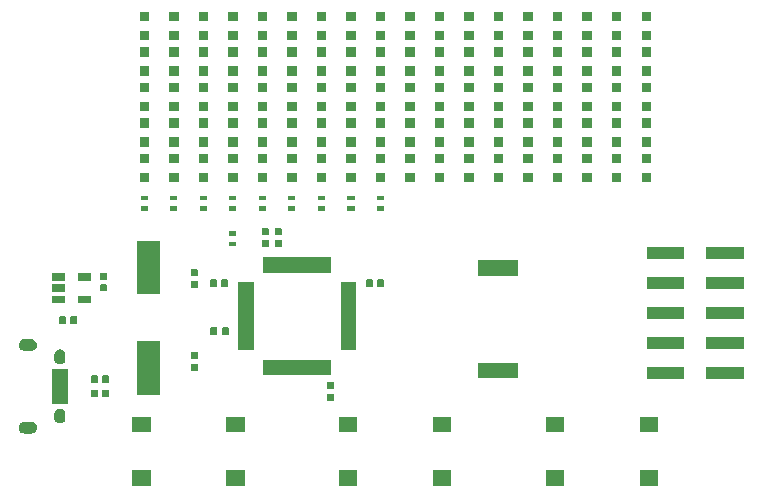
<source format=gbr>
G04 #@! TF.GenerationSoftware,KiCad,Pcbnew,5.0.2+dfsg1-1*
G04 #@! TF.CreationDate,2019-02-23T22:45:36+01:00*
G04 #@! TF.ProjectId,B-timer,422d7469-6d65-4722-9e6b-696361645f70,rev?*
G04 #@! TF.SameCoordinates,Original*
G04 #@! TF.FileFunction,Soldermask,Top*
G04 #@! TF.FilePolarity,Negative*
%FSLAX46Y46*%
G04 Gerber Fmt 4.6, Leading zero omitted, Abs format (unit mm)*
G04 Created by KiCad (PCBNEW 5.0.2+dfsg1-1) date Sat 23 Feb 2019 10:45:36 PM CET*
%MOMM*%
%LPD*%
G01*
G04 APERTURE LIST*
%ADD10C,0.100000*%
G04 APERTURE END LIST*
D10*
G36*
X137250000Y-97900000D02*
X135700000Y-97900000D01*
X135700000Y-96600000D01*
X137250000Y-96600000D01*
X137250000Y-97900000D01*
X137250000Y-97900000D01*
G37*
G36*
X146800000Y-97900000D02*
X145250000Y-97900000D01*
X145250000Y-96600000D01*
X146800000Y-96600000D01*
X146800000Y-97900000D01*
X146800000Y-97900000D01*
G37*
G36*
X154750000Y-97900000D02*
X153200000Y-97900000D01*
X153200000Y-96600000D01*
X154750000Y-96600000D01*
X154750000Y-97900000D01*
X154750000Y-97900000D01*
G37*
G36*
X111800000Y-97900000D02*
X110250000Y-97900000D01*
X110250000Y-96600000D01*
X111800000Y-96600000D01*
X111800000Y-97900000D01*
X111800000Y-97900000D01*
G37*
G36*
X129300000Y-97900000D02*
X127750000Y-97900000D01*
X127750000Y-96600000D01*
X129300000Y-96600000D01*
X129300000Y-97900000D01*
X129300000Y-97900000D01*
G37*
G36*
X119750000Y-97900000D02*
X118200000Y-97900000D01*
X118200000Y-96600000D01*
X119750000Y-96600000D01*
X119750000Y-97900000D01*
X119750000Y-97900000D01*
G37*
G36*
X101773015Y-92507234D02*
X101867268Y-92535825D01*
X101887912Y-92546860D01*
X101954129Y-92582254D01*
X101997841Y-92618127D01*
X102030264Y-92644736D01*
X102092745Y-92720870D01*
X102139175Y-92807732D01*
X102167766Y-92901985D01*
X102177419Y-93000000D01*
X102167766Y-93098015D01*
X102139175Y-93192268D01*
X102114357Y-93238697D01*
X102092746Y-93279129D01*
X102030264Y-93355264D01*
X101954129Y-93417746D01*
X101913697Y-93439357D01*
X101867268Y-93464175D01*
X101773015Y-93492766D01*
X101699564Y-93500000D01*
X101100436Y-93500000D01*
X101026985Y-93492766D01*
X100932732Y-93464175D01*
X100886303Y-93439357D01*
X100845871Y-93417746D01*
X100769736Y-93355264D01*
X100707254Y-93279129D01*
X100685643Y-93238697D01*
X100660825Y-93192268D01*
X100632234Y-93098015D01*
X100622581Y-93000000D01*
X100632234Y-92901985D01*
X100660825Y-92807732D01*
X100707255Y-92720870D01*
X100769736Y-92644736D01*
X100802159Y-92618127D01*
X100845871Y-92582254D01*
X100912088Y-92546860D01*
X100932732Y-92535825D01*
X101026985Y-92507234D01*
X101100436Y-92500000D01*
X101699564Y-92500000D01*
X101773015Y-92507234D01*
X101773015Y-92507234D01*
G37*
G36*
X129300000Y-93400000D02*
X127750000Y-93400000D01*
X127750000Y-92100000D01*
X129300000Y-92100000D01*
X129300000Y-93400000D01*
X129300000Y-93400000D01*
G37*
G36*
X119750000Y-93400000D02*
X118200000Y-93400000D01*
X118200000Y-92100000D01*
X119750000Y-92100000D01*
X119750000Y-93400000D01*
X119750000Y-93400000D01*
G37*
G36*
X154750000Y-93400000D02*
X153200000Y-93400000D01*
X153200000Y-92100000D01*
X154750000Y-92100000D01*
X154750000Y-93400000D01*
X154750000Y-93400000D01*
G37*
G36*
X146800000Y-93400000D02*
X145250000Y-93400000D01*
X145250000Y-92100000D01*
X146800000Y-92100000D01*
X146800000Y-93400000D01*
X146800000Y-93400000D01*
G37*
G36*
X137250000Y-93400000D02*
X135700000Y-93400000D01*
X135700000Y-92100000D01*
X137250000Y-92100000D01*
X137250000Y-93400000D01*
X137250000Y-93400000D01*
G37*
G36*
X111800000Y-93400000D02*
X110250000Y-93400000D01*
X110250000Y-92100000D01*
X111800000Y-92100000D01*
X111800000Y-93400000D01*
X111800000Y-93400000D01*
G37*
G36*
X104193115Y-91381873D02*
X104245680Y-91397818D01*
X104282657Y-91409035D01*
X104365168Y-91453138D01*
X104365169Y-91453139D01*
X104365173Y-91453141D01*
X104437501Y-91512499D01*
X104437502Y-91512501D01*
X104437504Y-91512502D01*
X104496860Y-91584827D01*
X104540965Y-91667342D01*
X104568127Y-91756885D01*
X104575000Y-91826667D01*
X104575000Y-92173332D01*
X104568127Y-92243115D01*
X104540965Y-92332658D01*
X104496860Y-92415173D01*
X104437501Y-92487501D01*
X104365173Y-92546860D01*
X104282658Y-92590965D01*
X104245681Y-92602182D01*
X104193116Y-92618127D01*
X104100000Y-92627298D01*
X104006885Y-92618127D01*
X103954320Y-92602182D01*
X103917343Y-92590965D01*
X103834828Y-92546860D01*
X103762500Y-92487501D01*
X103703142Y-92415174D01*
X103659034Y-92332655D01*
X103631873Y-92243115D01*
X103625000Y-92173333D01*
X103625000Y-91826668D01*
X103631873Y-91756886D01*
X103631874Y-91756884D01*
X103659034Y-91667347D01*
X103659035Y-91667343D01*
X103703138Y-91584832D01*
X103703139Y-91584831D01*
X103703141Y-91584827D01*
X103762499Y-91512499D01*
X103762501Y-91512498D01*
X103762502Y-91512496D01*
X103834827Y-91453140D01*
X103917342Y-91409035D01*
X103954319Y-91397818D01*
X104006884Y-91381873D01*
X104100000Y-91372702D01*
X104193115Y-91381873D01*
X104193115Y-91381873D01*
G37*
G36*
X104775000Y-91000000D02*
X103425000Y-91000000D01*
X103425000Y-88000000D01*
X104775000Y-88000000D01*
X104775000Y-91000000D01*
X104775000Y-91000000D01*
G37*
G36*
X127251463Y-90131226D02*
X127267298Y-90136030D01*
X127281886Y-90143827D01*
X127294676Y-90154324D01*
X127305173Y-90167114D01*
X127312970Y-90181702D01*
X127317774Y-90197537D01*
X127320000Y-90220140D01*
X127320000Y-90627860D01*
X127317774Y-90650463D01*
X127312970Y-90666298D01*
X127305173Y-90680886D01*
X127294676Y-90693676D01*
X127281886Y-90704173D01*
X127267298Y-90711970D01*
X127251463Y-90716774D01*
X127228860Y-90719000D01*
X126771140Y-90719000D01*
X126748537Y-90716774D01*
X126732702Y-90711970D01*
X126718114Y-90704173D01*
X126705324Y-90693676D01*
X126694827Y-90680886D01*
X126687030Y-90666298D01*
X126682226Y-90650463D01*
X126680000Y-90627860D01*
X126680000Y-90220140D01*
X126682226Y-90197537D01*
X126687030Y-90181702D01*
X126694827Y-90167114D01*
X126705324Y-90154324D01*
X126718114Y-90143827D01*
X126732702Y-90136030D01*
X126748537Y-90131226D01*
X126771140Y-90129000D01*
X127228860Y-90129000D01*
X127251463Y-90131226D01*
X127251463Y-90131226D01*
G37*
G36*
X107226463Y-89782226D02*
X107242298Y-89787030D01*
X107256886Y-89794827D01*
X107269676Y-89805324D01*
X107280173Y-89818114D01*
X107287970Y-89832702D01*
X107292774Y-89848537D01*
X107295000Y-89871140D01*
X107295000Y-90328860D01*
X107292774Y-90351463D01*
X107287970Y-90367298D01*
X107280173Y-90381886D01*
X107269676Y-90394676D01*
X107256886Y-90405173D01*
X107242298Y-90412970D01*
X107226463Y-90417774D01*
X107203860Y-90420000D01*
X106796140Y-90420000D01*
X106773537Y-90417774D01*
X106757702Y-90412970D01*
X106743114Y-90405173D01*
X106730324Y-90394676D01*
X106719827Y-90381886D01*
X106712030Y-90367298D01*
X106707226Y-90351463D01*
X106705000Y-90328860D01*
X106705000Y-89871140D01*
X106707226Y-89848537D01*
X106712030Y-89832702D01*
X106719827Y-89818114D01*
X106730324Y-89805324D01*
X106743114Y-89794827D01*
X106757702Y-89787030D01*
X106773537Y-89782226D01*
X106796140Y-89780000D01*
X107203860Y-89780000D01*
X107226463Y-89782226D01*
X107226463Y-89782226D01*
G37*
G36*
X108196463Y-89782226D02*
X108212298Y-89787030D01*
X108226886Y-89794827D01*
X108239676Y-89805324D01*
X108250173Y-89818114D01*
X108257970Y-89832702D01*
X108262774Y-89848537D01*
X108265000Y-89871140D01*
X108265000Y-90328860D01*
X108262774Y-90351463D01*
X108257970Y-90367298D01*
X108250173Y-90381886D01*
X108239676Y-90394676D01*
X108226886Y-90405173D01*
X108212298Y-90412970D01*
X108196463Y-90417774D01*
X108173860Y-90420000D01*
X107766140Y-90420000D01*
X107743537Y-90417774D01*
X107727702Y-90412970D01*
X107713114Y-90405173D01*
X107700324Y-90394676D01*
X107689827Y-90381886D01*
X107682030Y-90367298D01*
X107677226Y-90351463D01*
X107675000Y-90328860D01*
X107675000Y-89871140D01*
X107677226Y-89848537D01*
X107682030Y-89832702D01*
X107689827Y-89818114D01*
X107700324Y-89805324D01*
X107713114Y-89794827D01*
X107727702Y-89787030D01*
X107743537Y-89782226D01*
X107766140Y-89780000D01*
X108173860Y-89780000D01*
X108196463Y-89782226D01*
X108196463Y-89782226D01*
G37*
G36*
X112600000Y-90200000D02*
X110600000Y-90200000D01*
X110600000Y-85700000D01*
X112600000Y-85700000D01*
X112600000Y-90200000D01*
X112600000Y-90200000D01*
G37*
G36*
X127251463Y-89161226D02*
X127267298Y-89166030D01*
X127281886Y-89173827D01*
X127294676Y-89184324D01*
X127305173Y-89197114D01*
X127312970Y-89211702D01*
X127317774Y-89227537D01*
X127320000Y-89250140D01*
X127320000Y-89657860D01*
X127317774Y-89680463D01*
X127312970Y-89696298D01*
X127305173Y-89710886D01*
X127294676Y-89723676D01*
X127281886Y-89734173D01*
X127267298Y-89741970D01*
X127251463Y-89746774D01*
X127228860Y-89749000D01*
X126771140Y-89749000D01*
X126748537Y-89746774D01*
X126732702Y-89741970D01*
X126718114Y-89734173D01*
X126705324Y-89723676D01*
X126694827Y-89710886D01*
X126687030Y-89696298D01*
X126682226Y-89680463D01*
X126680000Y-89657860D01*
X126680000Y-89250140D01*
X126682226Y-89227537D01*
X126687030Y-89211702D01*
X126694827Y-89197114D01*
X126705324Y-89184324D01*
X126718114Y-89173827D01*
X126732702Y-89166030D01*
X126748537Y-89161226D01*
X126771140Y-89159000D01*
X127228860Y-89159000D01*
X127251463Y-89161226D01*
X127251463Y-89161226D01*
G37*
G36*
X107241463Y-88582226D02*
X107257298Y-88587030D01*
X107271886Y-88594827D01*
X107284676Y-88605324D01*
X107295173Y-88618114D01*
X107302970Y-88632702D01*
X107307774Y-88648537D01*
X107310000Y-88671140D01*
X107310000Y-89128860D01*
X107307774Y-89151463D01*
X107302970Y-89167298D01*
X107295173Y-89181886D01*
X107284676Y-89194676D01*
X107271886Y-89205173D01*
X107257298Y-89212970D01*
X107241463Y-89217774D01*
X107218860Y-89220000D01*
X106811140Y-89220000D01*
X106788537Y-89217774D01*
X106772702Y-89212970D01*
X106758114Y-89205173D01*
X106745324Y-89194676D01*
X106734827Y-89181886D01*
X106727030Y-89167298D01*
X106722226Y-89151463D01*
X106720000Y-89128860D01*
X106720000Y-88671140D01*
X106722226Y-88648537D01*
X106727030Y-88632702D01*
X106734827Y-88618114D01*
X106745324Y-88605324D01*
X106758114Y-88594827D01*
X106772702Y-88587030D01*
X106788537Y-88582226D01*
X106811140Y-88580000D01*
X107218860Y-88580000D01*
X107241463Y-88582226D01*
X107241463Y-88582226D01*
G37*
G36*
X108211463Y-88582226D02*
X108227298Y-88587030D01*
X108241886Y-88594827D01*
X108254676Y-88605324D01*
X108265173Y-88618114D01*
X108272970Y-88632702D01*
X108277774Y-88648537D01*
X108280000Y-88671140D01*
X108280000Y-89128860D01*
X108277774Y-89151463D01*
X108272970Y-89167298D01*
X108265173Y-89181886D01*
X108254676Y-89194676D01*
X108241886Y-89205173D01*
X108227298Y-89212970D01*
X108211463Y-89217774D01*
X108188860Y-89220000D01*
X107781140Y-89220000D01*
X107758537Y-89217774D01*
X107742702Y-89212970D01*
X107728114Y-89205173D01*
X107715324Y-89194676D01*
X107704827Y-89181886D01*
X107697030Y-89167298D01*
X107692226Y-89151463D01*
X107690000Y-89128860D01*
X107690000Y-88671140D01*
X107692226Y-88648537D01*
X107697030Y-88632702D01*
X107704827Y-88618114D01*
X107715324Y-88605324D01*
X107728114Y-88594827D01*
X107742702Y-88587030D01*
X107758537Y-88582226D01*
X107781140Y-88580000D01*
X108188860Y-88580000D01*
X108211463Y-88582226D01*
X108211463Y-88582226D01*
G37*
G36*
X162000000Y-88880000D02*
X158850000Y-88880000D01*
X158850000Y-87880000D01*
X162000000Y-87880000D01*
X162000000Y-88880000D01*
X162000000Y-88880000D01*
G37*
G36*
X156950000Y-88880000D02*
X153800000Y-88880000D01*
X153800000Y-87880000D01*
X156950000Y-87880000D01*
X156950000Y-88880000D01*
X156950000Y-88880000D01*
G37*
G36*
X142924000Y-88820000D02*
X139524000Y-88820000D01*
X139524000Y-87520000D01*
X142924000Y-87520000D01*
X142924000Y-88820000D01*
X142924000Y-88820000D01*
G37*
G36*
X127081000Y-88566000D02*
X121331000Y-88566000D01*
X121331000Y-87266000D01*
X127081000Y-87266000D01*
X127081000Y-88566000D01*
X127081000Y-88566000D01*
G37*
G36*
X115751463Y-87592226D02*
X115767298Y-87597030D01*
X115781886Y-87604827D01*
X115794676Y-87615324D01*
X115805173Y-87628114D01*
X115812970Y-87642702D01*
X115817774Y-87658537D01*
X115820000Y-87681140D01*
X115820000Y-88088860D01*
X115817774Y-88111463D01*
X115812970Y-88127298D01*
X115805173Y-88141886D01*
X115794676Y-88154676D01*
X115781886Y-88165173D01*
X115767298Y-88172970D01*
X115751463Y-88177774D01*
X115728860Y-88180000D01*
X115271140Y-88180000D01*
X115248537Y-88177774D01*
X115232702Y-88172970D01*
X115218114Y-88165173D01*
X115205324Y-88154676D01*
X115194827Y-88141886D01*
X115187030Y-88127298D01*
X115182226Y-88111463D01*
X115180000Y-88088860D01*
X115180000Y-87681140D01*
X115182226Y-87658537D01*
X115187030Y-87642702D01*
X115194827Y-87628114D01*
X115205324Y-87615324D01*
X115218114Y-87604827D01*
X115232702Y-87597030D01*
X115248537Y-87592226D01*
X115271140Y-87590000D01*
X115728860Y-87590000D01*
X115751463Y-87592226D01*
X115751463Y-87592226D01*
G37*
G36*
X104193115Y-86381873D02*
X104245680Y-86397818D01*
X104282657Y-86409035D01*
X104365168Y-86453138D01*
X104365169Y-86453139D01*
X104365173Y-86453141D01*
X104437501Y-86512499D01*
X104437502Y-86512501D01*
X104437504Y-86512502D01*
X104496860Y-86584827D01*
X104540965Y-86667342D01*
X104542591Y-86672702D01*
X104568127Y-86756884D01*
X104571564Y-86791776D01*
X104575000Y-86826667D01*
X104575000Y-87173332D01*
X104568127Y-87243115D01*
X104540965Y-87332658D01*
X104496860Y-87415173D01*
X104437501Y-87487501D01*
X104365173Y-87546860D01*
X104282658Y-87590965D01*
X104262664Y-87597030D01*
X104193116Y-87618127D01*
X104100000Y-87627298D01*
X104006885Y-87618127D01*
X103937337Y-87597030D01*
X103917343Y-87590965D01*
X103834828Y-87546860D01*
X103762500Y-87487501D01*
X103703142Y-87415174D01*
X103659034Y-87332655D01*
X103631873Y-87243115D01*
X103625000Y-87173333D01*
X103625000Y-86826668D01*
X103631873Y-86756886D01*
X103631874Y-86756884D01*
X103653511Y-86685553D01*
X103659035Y-86667343D01*
X103703138Y-86584832D01*
X103703139Y-86584831D01*
X103703141Y-86584827D01*
X103762499Y-86512499D01*
X103762501Y-86512498D01*
X103762502Y-86512496D01*
X103834827Y-86453140D01*
X103917342Y-86409035D01*
X103954319Y-86397818D01*
X104006884Y-86381873D01*
X104100000Y-86372702D01*
X104193115Y-86381873D01*
X104193115Y-86381873D01*
G37*
G36*
X115751463Y-86622226D02*
X115767298Y-86627030D01*
X115781886Y-86634827D01*
X115794676Y-86645324D01*
X115805173Y-86658114D01*
X115812970Y-86672702D01*
X115817774Y-86688537D01*
X115820000Y-86711140D01*
X115820000Y-87118860D01*
X115817774Y-87141463D01*
X115812970Y-87157298D01*
X115805173Y-87171886D01*
X115794676Y-87184676D01*
X115781886Y-87195173D01*
X115767298Y-87202970D01*
X115751463Y-87207774D01*
X115728860Y-87210000D01*
X115271140Y-87210000D01*
X115248537Y-87207774D01*
X115232702Y-87202970D01*
X115218114Y-87195173D01*
X115205324Y-87184676D01*
X115194827Y-87171886D01*
X115187030Y-87157298D01*
X115182226Y-87141463D01*
X115180000Y-87118860D01*
X115180000Y-86711140D01*
X115182226Y-86688537D01*
X115187030Y-86672702D01*
X115194827Y-86658114D01*
X115205324Y-86645324D01*
X115218114Y-86634827D01*
X115232702Y-86627030D01*
X115248537Y-86622226D01*
X115271140Y-86620000D01*
X115728860Y-86620000D01*
X115751463Y-86622226D01*
X115751463Y-86622226D01*
G37*
G36*
X101773015Y-85507234D02*
X101867268Y-85535825D01*
X101913697Y-85560643D01*
X101954129Y-85582254D01*
X101954131Y-85582255D01*
X101954130Y-85582255D01*
X102030264Y-85644736D01*
X102092745Y-85720870D01*
X102139175Y-85807732D01*
X102167766Y-85901985D01*
X102177419Y-86000000D01*
X102167766Y-86098015D01*
X102139175Y-86192268D01*
X102114357Y-86238697D01*
X102092746Y-86279129D01*
X102030264Y-86355264D01*
X101954129Y-86417746D01*
X101913697Y-86439357D01*
X101867268Y-86464175D01*
X101773015Y-86492766D01*
X101699564Y-86500000D01*
X101100436Y-86500000D01*
X101026985Y-86492766D01*
X100932732Y-86464175D01*
X100886303Y-86439357D01*
X100845871Y-86417746D01*
X100769736Y-86355264D01*
X100707254Y-86279129D01*
X100685643Y-86238697D01*
X100660825Y-86192268D01*
X100632234Y-86098015D01*
X100622581Y-86000000D01*
X100632234Y-85901985D01*
X100660825Y-85807732D01*
X100707255Y-85720870D01*
X100769736Y-85644736D01*
X100845870Y-85582255D01*
X100845869Y-85582255D01*
X100845871Y-85582254D01*
X100886303Y-85560643D01*
X100932732Y-85535825D01*
X101026985Y-85507234D01*
X101100436Y-85500000D01*
X101699564Y-85500000D01*
X101773015Y-85507234D01*
X101773015Y-85507234D01*
G37*
G36*
X129206000Y-86441000D02*
X127906000Y-86441000D01*
X127906000Y-80691000D01*
X129206000Y-80691000D01*
X129206000Y-86441000D01*
X129206000Y-86441000D01*
G37*
G36*
X120506000Y-86441000D02*
X119206000Y-86441000D01*
X119206000Y-80691000D01*
X120506000Y-80691000D01*
X120506000Y-86441000D01*
X120506000Y-86441000D01*
G37*
G36*
X162000000Y-86340000D02*
X158850000Y-86340000D01*
X158850000Y-85340000D01*
X162000000Y-85340000D01*
X162000000Y-86340000D01*
X162000000Y-86340000D01*
G37*
G36*
X156950000Y-86340000D02*
X153800000Y-86340000D01*
X153800000Y-85340000D01*
X156950000Y-85340000D01*
X156950000Y-86340000D01*
X156950000Y-86340000D01*
G37*
G36*
X118336463Y-84518226D02*
X118352298Y-84523030D01*
X118366886Y-84530827D01*
X118379676Y-84541324D01*
X118390173Y-84554114D01*
X118397970Y-84568702D01*
X118402774Y-84584537D01*
X118405000Y-84607140D01*
X118405000Y-85064860D01*
X118402774Y-85087463D01*
X118397970Y-85103298D01*
X118390173Y-85117886D01*
X118379676Y-85130676D01*
X118366886Y-85141173D01*
X118352298Y-85148970D01*
X118336463Y-85153774D01*
X118313860Y-85156000D01*
X117906140Y-85156000D01*
X117883537Y-85153774D01*
X117867702Y-85148970D01*
X117853114Y-85141173D01*
X117840324Y-85130676D01*
X117829827Y-85117886D01*
X117822030Y-85103298D01*
X117817226Y-85087463D01*
X117815000Y-85064860D01*
X117815000Y-84607140D01*
X117817226Y-84584537D01*
X117822030Y-84568702D01*
X117829827Y-84554114D01*
X117840324Y-84541324D01*
X117853114Y-84530827D01*
X117867702Y-84523030D01*
X117883537Y-84518226D01*
X117906140Y-84516000D01*
X118313860Y-84516000D01*
X118336463Y-84518226D01*
X118336463Y-84518226D01*
G37*
G36*
X117366463Y-84518226D02*
X117382298Y-84523030D01*
X117396886Y-84530827D01*
X117409676Y-84541324D01*
X117420173Y-84554114D01*
X117427970Y-84568702D01*
X117432774Y-84584537D01*
X117435000Y-84607140D01*
X117435000Y-85064860D01*
X117432774Y-85087463D01*
X117427970Y-85103298D01*
X117420173Y-85117886D01*
X117409676Y-85130676D01*
X117396886Y-85141173D01*
X117382298Y-85148970D01*
X117366463Y-85153774D01*
X117343860Y-85156000D01*
X116936140Y-85156000D01*
X116913537Y-85153774D01*
X116897702Y-85148970D01*
X116883114Y-85141173D01*
X116870324Y-85130676D01*
X116859827Y-85117886D01*
X116852030Y-85103298D01*
X116847226Y-85087463D01*
X116845000Y-85064860D01*
X116845000Y-84607140D01*
X116847226Y-84584537D01*
X116852030Y-84568702D01*
X116859827Y-84554114D01*
X116870324Y-84541324D01*
X116883114Y-84530827D01*
X116897702Y-84523030D01*
X116913537Y-84518226D01*
X116936140Y-84516000D01*
X117343860Y-84516000D01*
X117366463Y-84518226D01*
X117366463Y-84518226D01*
G37*
G36*
X104541463Y-83582226D02*
X104557298Y-83587030D01*
X104571886Y-83594827D01*
X104584676Y-83605324D01*
X104595173Y-83618114D01*
X104602970Y-83632702D01*
X104607774Y-83648537D01*
X104610000Y-83671140D01*
X104610000Y-84128860D01*
X104607774Y-84151463D01*
X104602970Y-84167298D01*
X104595173Y-84181886D01*
X104584676Y-84194676D01*
X104571886Y-84205173D01*
X104557298Y-84212970D01*
X104541463Y-84217774D01*
X104518860Y-84220000D01*
X104111140Y-84220000D01*
X104088537Y-84217774D01*
X104072702Y-84212970D01*
X104058114Y-84205173D01*
X104045324Y-84194676D01*
X104034827Y-84181886D01*
X104027030Y-84167298D01*
X104022226Y-84151463D01*
X104020000Y-84128860D01*
X104020000Y-83671140D01*
X104022226Y-83648537D01*
X104027030Y-83632702D01*
X104034827Y-83618114D01*
X104045324Y-83605324D01*
X104058114Y-83594827D01*
X104072702Y-83587030D01*
X104088537Y-83582226D01*
X104111140Y-83580000D01*
X104518860Y-83580000D01*
X104541463Y-83582226D01*
X104541463Y-83582226D01*
G37*
G36*
X105511463Y-83582226D02*
X105527298Y-83587030D01*
X105541886Y-83594827D01*
X105554676Y-83605324D01*
X105565173Y-83618114D01*
X105572970Y-83632702D01*
X105577774Y-83648537D01*
X105580000Y-83671140D01*
X105580000Y-84128860D01*
X105577774Y-84151463D01*
X105572970Y-84167298D01*
X105565173Y-84181886D01*
X105554676Y-84194676D01*
X105541886Y-84205173D01*
X105527298Y-84212970D01*
X105511463Y-84217774D01*
X105488860Y-84220000D01*
X105081140Y-84220000D01*
X105058537Y-84217774D01*
X105042702Y-84212970D01*
X105028114Y-84205173D01*
X105015324Y-84194676D01*
X105004827Y-84181886D01*
X104997030Y-84167298D01*
X104992226Y-84151463D01*
X104990000Y-84128860D01*
X104990000Y-83671140D01*
X104992226Y-83648537D01*
X104997030Y-83632702D01*
X105004827Y-83618114D01*
X105015324Y-83605324D01*
X105028114Y-83594827D01*
X105042702Y-83587030D01*
X105058537Y-83582226D01*
X105081140Y-83580000D01*
X105488860Y-83580000D01*
X105511463Y-83582226D01*
X105511463Y-83582226D01*
G37*
G36*
X156950000Y-83800000D02*
X153800000Y-83800000D01*
X153800000Y-82800000D01*
X156950000Y-82800000D01*
X156950000Y-83800000D01*
X156950000Y-83800000D01*
G37*
G36*
X162000000Y-83800000D02*
X158850000Y-83800000D01*
X158850000Y-82800000D01*
X162000000Y-82800000D01*
X162000000Y-83800000D01*
X162000000Y-83800000D01*
G37*
G36*
X104530000Y-82475000D02*
X103470000Y-82475000D01*
X103470000Y-81825000D01*
X104530000Y-81825000D01*
X104530000Y-82475000D01*
X104530000Y-82475000D01*
G37*
G36*
X106730000Y-82475000D02*
X105670000Y-82475000D01*
X105670000Y-81825000D01*
X106730000Y-81825000D01*
X106730000Y-82475000D01*
X106730000Y-82475000D01*
G37*
G36*
X112600000Y-81700000D02*
X110600000Y-81700000D01*
X110600000Y-77200000D01*
X112600000Y-77200000D01*
X112600000Y-81700000D01*
X112600000Y-81700000D01*
G37*
G36*
X104530000Y-81525000D02*
X103470000Y-81525000D01*
X103470000Y-80875000D01*
X104530000Y-80875000D01*
X104530000Y-81525000D01*
X104530000Y-81525000D01*
G37*
G36*
X108051463Y-80877226D02*
X108067298Y-80882030D01*
X108081886Y-80889827D01*
X108094676Y-80900324D01*
X108105173Y-80913114D01*
X108112970Y-80927702D01*
X108117774Y-80943537D01*
X108120000Y-80966140D01*
X108120000Y-81373860D01*
X108117774Y-81396463D01*
X108112970Y-81412298D01*
X108105173Y-81426886D01*
X108094676Y-81439676D01*
X108081886Y-81450173D01*
X108067298Y-81457970D01*
X108051463Y-81462774D01*
X108028860Y-81465000D01*
X107571140Y-81465000D01*
X107548537Y-81462774D01*
X107532702Y-81457970D01*
X107518114Y-81450173D01*
X107505324Y-81439676D01*
X107494827Y-81426886D01*
X107487030Y-81412298D01*
X107482226Y-81396463D01*
X107480000Y-81373860D01*
X107480000Y-80966140D01*
X107482226Y-80943537D01*
X107487030Y-80927702D01*
X107494827Y-80913114D01*
X107505324Y-80900324D01*
X107518114Y-80889827D01*
X107532702Y-80882030D01*
X107548537Y-80877226D01*
X107571140Y-80875000D01*
X108028860Y-80875000D01*
X108051463Y-80877226D01*
X108051463Y-80877226D01*
G37*
G36*
X162000000Y-81260000D02*
X158850000Y-81260000D01*
X158850000Y-80260000D01*
X162000000Y-80260000D01*
X162000000Y-81260000D01*
X162000000Y-81260000D01*
G37*
G36*
X156950000Y-81260000D02*
X153800000Y-81260000D01*
X153800000Y-80260000D01*
X156950000Y-80260000D01*
X156950000Y-81260000D01*
X156950000Y-81260000D01*
G37*
G36*
X115751463Y-80577226D02*
X115767298Y-80582030D01*
X115781886Y-80589827D01*
X115794676Y-80600324D01*
X115805173Y-80613114D01*
X115812970Y-80627702D01*
X115817774Y-80643537D01*
X115820000Y-80666140D01*
X115820000Y-81073860D01*
X115817774Y-81096463D01*
X115812970Y-81112298D01*
X115805173Y-81126886D01*
X115794676Y-81139676D01*
X115781886Y-81150173D01*
X115767298Y-81157970D01*
X115751463Y-81162774D01*
X115728860Y-81165000D01*
X115271140Y-81165000D01*
X115248537Y-81162774D01*
X115232702Y-81157970D01*
X115218114Y-81150173D01*
X115205324Y-81139676D01*
X115194827Y-81126886D01*
X115187030Y-81112298D01*
X115182226Y-81096463D01*
X115180000Y-81073860D01*
X115180000Y-80666140D01*
X115182226Y-80643537D01*
X115187030Y-80627702D01*
X115194827Y-80613114D01*
X115205324Y-80600324D01*
X115218114Y-80589827D01*
X115232702Y-80582030D01*
X115248537Y-80577226D01*
X115271140Y-80575000D01*
X115728860Y-80575000D01*
X115751463Y-80577226D01*
X115751463Y-80577226D01*
G37*
G36*
X117320463Y-80454226D02*
X117336298Y-80459030D01*
X117350886Y-80466827D01*
X117363676Y-80477324D01*
X117374173Y-80490114D01*
X117381970Y-80504702D01*
X117386774Y-80520537D01*
X117389000Y-80543140D01*
X117389000Y-81000860D01*
X117386774Y-81023463D01*
X117381970Y-81039298D01*
X117374173Y-81053886D01*
X117363676Y-81066676D01*
X117350886Y-81077173D01*
X117336298Y-81084970D01*
X117320463Y-81089774D01*
X117297860Y-81092000D01*
X116890140Y-81092000D01*
X116867537Y-81089774D01*
X116851702Y-81084970D01*
X116837114Y-81077173D01*
X116824324Y-81066676D01*
X116813827Y-81053886D01*
X116806030Y-81039298D01*
X116801226Y-81023463D01*
X116799000Y-81000860D01*
X116799000Y-80543140D01*
X116801226Y-80520537D01*
X116806030Y-80504702D01*
X116813827Y-80490114D01*
X116824324Y-80477324D01*
X116837114Y-80466827D01*
X116851702Y-80459030D01*
X116867537Y-80454226D01*
X116890140Y-80452000D01*
X117297860Y-80452000D01*
X117320463Y-80454226D01*
X117320463Y-80454226D01*
G37*
G36*
X118290463Y-80454226D02*
X118306298Y-80459030D01*
X118320886Y-80466827D01*
X118333676Y-80477324D01*
X118344173Y-80490114D01*
X118351970Y-80504702D01*
X118356774Y-80520537D01*
X118359000Y-80543140D01*
X118359000Y-81000860D01*
X118356774Y-81023463D01*
X118351970Y-81039298D01*
X118344173Y-81053886D01*
X118333676Y-81066676D01*
X118320886Y-81077173D01*
X118306298Y-81084970D01*
X118290463Y-81089774D01*
X118267860Y-81092000D01*
X117860140Y-81092000D01*
X117837537Y-81089774D01*
X117821702Y-81084970D01*
X117807114Y-81077173D01*
X117794324Y-81066676D01*
X117783827Y-81053886D01*
X117776030Y-81039298D01*
X117771226Y-81023463D01*
X117769000Y-81000860D01*
X117769000Y-80543140D01*
X117771226Y-80520537D01*
X117776030Y-80504702D01*
X117783827Y-80490114D01*
X117794324Y-80477324D01*
X117807114Y-80466827D01*
X117821702Y-80459030D01*
X117837537Y-80454226D01*
X117860140Y-80452000D01*
X118267860Y-80452000D01*
X118290463Y-80454226D01*
X118290463Y-80454226D01*
G37*
G36*
X130528463Y-80454226D02*
X130544298Y-80459030D01*
X130558886Y-80466827D01*
X130571676Y-80477324D01*
X130582173Y-80490114D01*
X130589970Y-80504702D01*
X130594774Y-80520537D01*
X130597000Y-80543140D01*
X130597000Y-81000860D01*
X130594774Y-81023463D01*
X130589970Y-81039298D01*
X130582173Y-81053886D01*
X130571676Y-81066676D01*
X130558886Y-81077173D01*
X130544298Y-81084970D01*
X130528463Y-81089774D01*
X130505860Y-81092000D01*
X130098140Y-81092000D01*
X130075537Y-81089774D01*
X130059702Y-81084970D01*
X130045114Y-81077173D01*
X130032324Y-81066676D01*
X130021827Y-81053886D01*
X130014030Y-81039298D01*
X130009226Y-81023463D01*
X130007000Y-81000860D01*
X130007000Y-80543140D01*
X130009226Y-80520537D01*
X130014030Y-80504702D01*
X130021827Y-80490114D01*
X130032324Y-80477324D01*
X130045114Y-80466827D01*
X130059702Y-80459030D01*
X130075537Y-80454226D01*
X130098140Y-80452000D01*
X130505860Y-80452000D01*
X130528463Y-80454226D01*
X130528463Y-80454226D01*
G37*
G36*
X131498463Y-80454226D02*
X131514298Y-80459030D01*
X131528886Y-80466827D01*
X131541676Y-80477324D01*
X131552173Y-80490114D01*
X131559970Y-80504702D01*
X131564774Y-80520537D01*
X131567000Y-80543140D01*
X131567000Y-81000860D01*
X131564774Y-81023463D01*
X131559970Y-81039298D01*
X131552173Y-81053886D01*
X131541676Y-81066676D01*
X131528886Y-81077173D01*
X131514298Y-81084970D01*
X131498463Y-81089774D01*
X131475860Y-81092000D01*
X131068140Y-81092000D01*
X131045537Y-81089774D01*
X131029702Y-81084970D01*
X131015114Y-81077173D01*
X131002324Y-81066676D01*
X130991827Y-81053886D01*
X130984030Y-81039298D01*
X130979226Y-81023463D01*
X130977000Y-81000860D01*
X130977000Y-80543140D01*
X130979226Y-80520537D01*
X130984030Y-80504702D01*
X130991827Y-80490114D01*
X131002324Y-80477324D01*
X131015114Y-80466827D01*
X131029702Y-80459030D01*
X131045537Y-80454226D01*
X131068140Y-80452000D01*
X131475860Y-80452000D01*
X131498463Y-80454226D01*
X131498463Y-80454226D01*
G37*
G36*
X104530000Y-80575000D02*
X103470000Y-80575000D01*
X103470000Y-79925000D01*
X104530000Y-79925000D01*
X104530000Y-80575000D01*
X104530000Y-80575000D01*
G37*
G36*
X106730000Y-80575000D02*
X105670000Y-80575000D01*
X105670000Y-79925000D01*
X106730000Y-79925000D01*
X106730000Y-80575000D01*
X106730000Y-80575000D01*
G37*
G36*
X108051463Y-79907226D02*
X108067298Y-79912030D01*
X108081886Y-79919827D01*
X108094676Y-79930324D01*
X108105173Y-79943114D01*
X108112970Y-79957702D01*
X108117774Y-79973537D01*
X108120000Y-79996140D01*
X108120000Y-80403860D01*
X108117774Y-80426463D01*
X108112970Y-80442298D01*
X108105173Y-80456886D01*
X108094676Y-80469676D01*
X108081886Y-80480173D01*
X108067298Y-80487970D01*
X108051463Y-80492774D01*
X108028860Y-80495000D01*
X107571140Y-80495000D01*
X107548537Y-80492774D01*
X107532702Y-80487970D01*
X107518114Y-80480173D01*
X107505324Y-80469676D01*
X107494827Y-80456886D01*
X107487030Y-80442298D01*
X107482226Y-80426463D01*
X107480000Y-80403860D01*
X107480000Y-79996140D01*
X107482226Y-79973537D01*
X107487030Y-79957702D01*
X107494827Y-79943114D01*
X107505324Y-79930324D01*
X107518114Y-79919827D01*
X107532702Y-79912030D01*
X107548537Y-79907226D01*
X107571140Y-79905000D01*
X108028860Y-79905000D01*
X108051463Y-79907226D01*
X108051463Y-79907226D01*
G37*
G36*
X115751463Y-79607226D02*
X115767298Y-79612030D01*
X115781886Y-79619827D01*
X115794676Y-79630324D01*
X115805173Y-79643114D01*
X115812970Y-79657702D01*
X115817774Y-79673537D01*
X115820000Y-79696140D01*
X115820000Y-80103860D01*
X115817774Y-80126463D01*
X115812970Y-80142298D01*
X115805173Y-80156886D01*
X115794676Y-80169676D01*
X115781886Y-80180173D01*
X115767298Y-80187970D01*
X115751463Y-80192774D01*
X115728860Y-80195000D01*
X115271140Y-80195000D01*
X115248537Y-80192774D01*
X115232702Y-80187970D01*
X115218114Y-80180173D01*
X115205324Y-80169676D01*
X115194827Y-80156886D01*
X115187030Y-80142298D01*
X115182226Y-80126463D01*
X115180000Y-80103860D01*
X115180000Y-79696140D01*
X115182226Y-79673537D01*
X115187030Y-79657702D01*
X115194827Y-79643114D01*
X115205324Y-79630324D01*
X115218114Y-79619827D01*
X115232702Y-79612030D01*
X115248537Y-79607226D01*
X115271140Y-79605000D01*
X115728860Y-79605000D01*
X115751463Y-79607226D01*
X115751463Y-79607226D01*
G37*
G36*
X142924000Y-80120000D02*
X139524000Y-80120000D01*
X139524000Y-78820000D01*
X142924000Y-78820000D01*
X142924000Y-80120000D01*
X142924000Y-80120000D01*
G37*
G36*
X127081000Y-79866000D02*
X121331000Y-79866000D01*
X121331000Y-78566000D01*
X127081000Y-78566000D01*
X127081000Y-79866000D01*
X127081000Y-79866000D01*
G37*
G36*
X162000000Y-78720000D02*
X158850000Y-78720000D01*
X158850000Y-77720000D01*
X162000000Y-77720000D01*
X162000000Y-78720000D01*
X162000000Y-78720000D01*
G37*
G36*
X156950000Y-78720000D02*
X153800000Y-78720000D01*
X153800000Y-77720000D01*
X156950000Y-77720000D01*
X156950000Y-78720000D01*
X156950000Y-78720000D01*
G37*
G36*
X122851463Y-77107226D02*
X122867298Y-77112030D01*
X122881886Y-77119827D01*
X122894676Y-77130324D01*
X122905173Y-77143114D01*
X122912970Y-77157702D01*
X122917774Y-77173537D01*
X122920000Y-77196140D01*
X122920000Y-77603860D01*
X122917774Y-77626463D01*
X122912970Y-77642298D01*
X122905173Y-77656886D01*
X122894676Y-77669676D01*
X122881886Y-77680173D01*
X122867298Y-77687970D01*
X122851463Y-77692774D01*
X122828860Y-77695000D01*
X122371140Y-77695000D01*
X122348537Y-77692774D01*
X122332702Y-77687970D01*
X122318114Y-77680173D01*
X122305324Y-77669676D01*
X122294827Y-77656886D01*
X122287030Y-77642298D01*
X122282226Y-77626463D01*
X122280000Y-77603860D01*
X122280000Y-77196140D01*
X122282226Y-77173537D01*
X122287030Y-77157702D01*
X122294827Y-77143114D01*
X122305324Y-77130324D01*
X122318114Y-77119827D01*
X122332702Y-77112030D01*
X122348537Y-77107226D01*
X122371140Y-77105000D01*
X122828860Y-77105000D01*
X122851463Y-77107226D01*
X122851463Y-77107226D01*
G37*
G36*
X121751463Y-77107226D02*
X121767298Y-77112030D01*
X121781886Y-77119827D01*
X121794676Y-77130324D01*
X121805173Y-77143114D01*
X121812970Y-77157702D01*
X121817774Y-77173537D01*
X121820000Y-77196140D01*
X121820000Y-77603860D01*
X121817774Y-77626463D01*
X121812970Y-77642298D01*
X121805173Y-77656886D01*
X121794676Y-77669676D01*
X121781886Y-77680173D01*
X121767298Y-77687970D01*
X121751463Y-77692774D01*
X121728860Y-77695000D01*
X121271140Y-77695000D01*
X121248537Y-77692774D01*
X121232702Y-77687970D01*
X121218114Y-77680173D01*
X121205324Y-77669676D01*
X121194827Y-77656886D01*
X121187030Y-77642298D01*
X121182226Y-77626463D01*
X121180000Y-77603860D01*
X121180000Y-77196140D01*
X121182226Y-77173537D01*
X121187030Y-77157702D01*
X121194827Y-77143114D01*
X121205324Y-77130324D01*
X121218114Y-77119827D01*
X121232702Y-77112030D01*
X121248537Y-77107226D01*
X121271140Y-77105000D01*
X121728860Y-77105000D01*
X121751463Y-77107226D01*
X121751463Y-77107226D01*
G37*
G36*
X119050000Y-77650000D02*
X118450000Y-77650000D01*
X118450000Y-77250000D01*
X119050000Y-77250000D01*
X119050000Y-77650000D01*
X119050000Y-77650000D01*
G37*
G36*
X119050000Y-76750000D02*
X118450000Y-76750000D01*
X118450000Y-76350000D01*
X119050000Y-76350000D01*
X119050000Y-76750000D01*
X119050000Y-76750000D01*
G37*
G36*
X121751463Y-76137226D02*
X121767298Y-76142030D01*
X121781886Y-76149827D01*
X121794676Y-76160324D01*
X121805173Y-76173114D01*
X121812970Y-76187702D01*
X121817774Y-76203537D01*
X121820000Y-76226140D01*
X121820000Y-76633860D01*
X121817774Y-76656463D01*
X121812970Y-76672298D01*
X121805173Y-76686886D01*
X121794676Y-76699676D01*
X121781886Y-76710173D01*
X121767298Y-76717970D01*
X121751463Y-76722774D01*
X121728860Y-76725000D01*
X121271140Y-76725000D01*
X121248537Y-76722774D01*
X121232702Y-76717970D01*
X121218114Y-76710173D01*
X121205324Y-76699676D01*
X121194827Y-76686886D01*
X121187030Y-76672298D01*
X121182226Y-76656463D01*
X121180000Y-76633860D01*
X121180000Y-76226140D01*
X121182226Y-76203537D01*
X121187030Y-76187702D01*
X121194827Y-76173114D01*
X121205324Y-76160324D01*
X121218114Y-76149827D01*
X121232702Y-76142030D01*
X121248537Y-76137226D01*
X121271140Y-76135000D01*
X121728860Y-76135000D01*
X121751463Y-76137226D01*
X121751463Y-76137226D01*
G37*
G36*
X122851463Y-76137226D02*
X122867298Y-76142030D01*
X122881886Y-76149827D01*
X122894676Y-76160324D01*
X122905173Y-76173114D01*
X122912970Y-76187702D01*
X122917774Y-76203537D01*
X122920000Y-76226140D01*
X122920000Y-76633860D01*
X122917774Y-76656463D01*
X122912970Y-76672298D01*
X122905173Y-76686886D01*
X122894676Y-76699676D01*
X122881886Y-76710173D01*
X122867298Y-76717970D01*
X122851463Y-76722774D01*
X122828860Y-76725000D01*
X122371140Y-76725000D01*
X122348537Y-76722774D01*
X122332702Y-76717970D01*
X122318114Y-76710173D01*
X122305324Y-76699676D01*
X122294827Y-76686886D01*
X122287030Y-76672298D01*
X122282226Y-76656463D01*
X122280000Y-76633860D01*
X122280000Y-76226140D01*
X122282226Y-76203537D01*
X122287030Y-76187702D01*
X122294827Y-76173114D01*
X122305324Y-76160324D01*
X122318114Y-76149827D01*
X122332702Y-76142030D01*
X122348537Y-76137226D01*
X122371140Y-76135000D01*
X122828860Y-76135000D01*
X122851463Y-76137226D01*
X122851463Y-76137226D01*
G37*
G36*
X119050000Y-74650000D02*
X118450000Y-74650000D01*
X118450000Y-74250000D01*
X119050000Y-74250000D01*
X119050000Y-74650000D01*
X119050000Y-74650000D01*
G37*
G36*
X116550000Y-74650000D02*
X115950000Y-74650000D01*
X115950000Y-74250000D01*
X116550000Y-74250000D01*
X116550000Y-74650000D01*
X116550000Y-74650000D01*
G37*
G36*
X114050000Y-74650000D02*
X113450000Y-74650000D01*
X113450000Y-74250000D01*
X114050000Y-74250000D01*
X114050000Y-74650000D01*
X114050000Y-74650000D01*
G37*
G36*
X124050000Y-74650000D02*
X123450000Y-74650000D01*
X123450000Y-74250000D01*
X124050000Y-74250000D01*
X124050000Y-74650000D01*
X124050000Y-74650000D01*
G37*
G36*
X111550000Y-74650000D02*
X110950000Y-74650000D01*
X110950000Y-74250000D01*
X111550000Y-74250000D01*
X111550000Y-74650000D01*
X111550000Y-74650000D01*
G37*
G36*
X121550000Y-74650000D02*
X120950000Y-74650000D01*
X120950000Y-74250000D01*
X121550000Y-74250000D01*
X121550000Y-74650000D01*
X121550000Y-74650000D01*
G37*
G36*
X131550000Y-74650000D02*
X130950000Y-74650000D01*
X130950000Y-74250000D01*
X131550000Y-74250000D01*
X131550000Y-74650000D01*
X131550000Y-74650000D01*
G37*
G36*
X126550000Y-74650000D02*
X125950000Y-74650000D01*
X125950000Y-74250000D01*
X126550000Y-74250000D01*
X126550000Y-74650000D01*
X126550000Y-74650000D01*
G37*
G36*
X129050000Y-74650000D02*
X128450000Y-74650000D01*
X128450000Y-74250000D01*
X129050000Y-74250000D01*
X129050000Y-74650000D01*
X129050000Y-74650000D01*
G37*
G36*
X129050000Y-73750000D02*
X128450000Y-73750000D01*
X128450000Y-73350000D01*
X129050000Y-73350000D01*
X129050000Y-73750000D01*
X129050000Y-73750000D01*
G37*
G36*
X111550000Y-73750000D02*
X110950000Y-73750000D01*
X110950000Y-73350000D01*
X111550000Y-73350000D01*
X111550000Y-73750000D01*
X111550000Y-73750000D01*
G37*
G36*
X121550000Y-73750000D02*
X120950000Y-73750000D01*
X120950000Y-73350000D01*
X121550000Y-73350000D01*
X121550000Y-73750000D01*
X121550000Y-73750000D01*
G37*
G36*
X119050000Y-73750000D02*
X118450000Y-73750000D01*
X118450000Y-73350000D01*
X119050000Y-73350000D01*
X119050000Y-73750000D01*
X119050000Y-73750000D01*
G37*
G36*
X126550000Y-73750000D02*
X125950000Y-73750000D01*
X125950000Y-73350000D01*
X126550000Y-73350000D01*
X126550000Y-73750000D01*
X126550000Y-73750000D01*
G37*
G36*
X131550000Y-73750000D02*
X130950000Y-73750000D01*
X130950000Y-73350000D01*
X131550000Y-73350000D01*
X131550000Y-73750000D01*
X131550000Y-73750000D01*
G37*
G36*
X116550000Y-73750000D02*
X115950000Y-73750000D01*
X115950000Y-73350000D01*
X116550000Y-73350000D01*
X116550000Y-73750000D01*
X116550000Y-73750000D01*
G37*
G36*
X114050000Y-73750000D02*
X113450000Y-73750000D01*
X113450000Y-73350000D01*
X114050000Y-73350000D01*
X114050000Y-73750000D01*
X114050000Y-73750000D01*
G37*
G36*
X124050000Y-73750000D02*
X123450000Y-73750000D01*
X123450000Y-73350000D01*
X124050000Y-73350000D01*
X124050000Y-73750000D01*
X124050000Y-73750000D01*
G37*
G36*
X121650000Y-72200000D02*
X120850000Y-72200000D01*
X120850000Y-71400000D01*
X121650000Y-71400000D01*
X121650000Y-72200000D01*
X121650000Y-72200000D01*
G37*
G36*
X114150000Y-72200000D02*
X113350000Y-72200000D01*
X113350000Y-71400000D01*
X114150000Y-71400000D01*
X114150000Y-72200000D01*
X114150000Y-72200000D01*
G37*
G36*
X111650000Y-72200000D02*
X110850000Y-72200000D01*
X110850000Y-71400000D01*
X111650000Y-71400000D01*
X111650000Y-72200000D01*
X111650000Y-72200000D01*
G37*
G36*
X126650000Y-72200000D02*
X125850000Y-72200000D01*
X125850000Y-71400000D01*
X126650000Y-71400000D01*
X126650000Y-72200000D01*
X126650000Y-72200000D01*
G37*
G36*
X124150000Y-72200000D02*
X123350000Y-72200000D01*
X123350000Y-71400000D01*
X124150000Y-71400000D01*
X124150000Y-72200000D01*
X124150000Y-72200000D01*
G37*
G36*
X119150000Y-72200000D02*
X118350000Y-72200000D01*
X118350000Y-71400000D01*
X119150000Y-71400000D01*
X119150000Y-72200000D01*
X119150000Y-72200000D01*
G37*
G36*
X116650000Y-72200000D02*
X115850000Y-72200000D01*
X115850000Y-71400000D01*
X116650000Y-71400000D01*
X116650000Y-72200000D01*
X116650000Y-72200000D01*
G37*
G36*
X154150000Y-72200000D02*
X153350000Y-72200000D01*
X153350000Y-71400000D01*
X154150000Y-71400000D01*
X154150000Y-72200000D01*
X154150000Y-72200000D01*
G37*
G36*
X134150000Y-72200000D02*
X133350000Y-72200000D01*
X133350000Y-71400000D01*
X134150000Y-71400000D01*
X134150000Y-72200000D01*
X134150000Y-72200000D01*
G37*
G36*
X149150000Y-72200000D02*
X148350000Y-72200000D01*
X148350000Y-71400000D01*
X149150000Y-71400000D01*
X149150000Y-72200000D01*
X149150000Y-72200000D01*
G37*
G36*
X151650000Y-72200000D02*
X150850000Y-72200000D01*
X150850000Y-71400000D01*
X151650000Y-71400000D01*
X151650000Y-72200000D01*
X151650000Y-72200000D01*
G37*
G36*
X129150000Y-72200000D02*
X128350000Y-72200000D01*
X128350000Y-71400000D01*
X129150000Y-71400000D01*
X129150000Y-72200000D01*
X129150000Y-72200000D01*
G37*
G36*
X131650000Y-72200000D02*
X130850000Y-72200000D01*
X130850000Y-71400000D01*
X131650000Y-71400000D01*
X131650000Y-72200000D01*
X131650000Y-72200000D01*
G37*
G36*
X141650000Y-72200000D02*
X140850000Y-72200000D01*
X140850000Y-71400000D01*
X141650000Y-71400000D01*
X141650000Y-72200000D01*
X141650000Y-72200000D01*
G37*
G36*
X139150000Y-72200000D02*
X138350000Y-72200000D01*
X138350000Y-71400000D01*
X139150000Y-71400000D01*
X139150000Y-72200000D01*
X139150000Y-72200000D01*
G37*
G36*
X144150000Y-72200000D02*
X143350000Y-72200000D01*
X143350000Y-71400000D01*
X144150000Y-71400000D01*
X144150000Y-72200000D01*
X144150000Y-72200000D01*
G37*
G36*
X146650000Y-72200000D02*
X145850000Y-72200000D01*
X145850000Y-71400000D01*
X146650000Y-71400000D01*
X146650000Y-72200000D01*
X146650000Y-72200000D01*
G37*
G36*
X136650000Y-72200000D02*
X135850000Y-72200000D01*
X135850000Y-71400000D01*
X136650000Y-71400000D01*
X136650000Y-72200000D01*
X136650000Y-72200000D01*
G37*
G36*
X139150000Y-70600000D02*
X138350000Y-70600000D01*
X138350000Y-69800000D01*
X139150000Y-69800000D01*
X139150000Y-70600000D01*
X139150000Y-70600000D01*
G37*
G36*
X141650000Y-70600000D02*
X140850000Y-70600000D01*
X140850000Y-69800000D01*
X141650000Y-69800000D01*
X141650000Y-70600000D01*
X141650000Y-70600000D01*
G37*
G36*
X144150000Y-70600000D02*
X143350000Y-70600000D01*
X143350000Y-69800000D01*
X144150000Y-69800000D01*
X144150000Y-70600000D01*
X144150000Y-70600000D01*
G37*
G36*
X146650000Y-70600000D02*
X145850000Y-70600000D01*
X145850000Y-69800000D01*
X146650000Y-69800000D01*
X146650000Y-70600000D01*
X146650000Y-70600000D01*
G37*
G36*
X149150000Y-70600000D02*
X148350000Y-70600000D01*
X148350000Y-69800000D01*
X149150000Y-69800000D01*
X149150000Y-70600000D01*
X149150000Y-70600000D01*
G37*
G36*
X151650000Y-70600000D02*
X150850000Y-70600000D01*
X150850000Y-69800000D01*
X151650000Y-69800000D01*
X151650000Y-70600000D01*
X151650000Y-70600000D01*
G37*
G36*
X154150000Y-70600000D02*
X153350000Y-70600000D01*
X153350000Y-69800000D01*
X154150000Y-69800000D01*
X154150000Y-70600000D01*
X154150000Y-70600000D01*
G37*
G36*
X111650000Y-70600000D02*
X110850000Y-70600000D01*
X110850000Y-69800000D01*
X111650000Y-69800000D01*
X111650000Y-70600000D01*
X111650000Y-70600000D01*
G37*
G36*
X129150000Y-70600000D02*
X128350000Y-70600000D01*
X128350000Y-69800000D01*
X129150000Y-69800000D01*
X129150000Y-70600000D01*
X129150000Y-70600000D01*
G37*
G36*
X124150000Y-70600000D02*
X123350000Y-70600000D01*
X123350000Y-69800000D01*
X124150000Y-69800000D01*
X124150000Y-70600000D01*
X124150000Y-70600000D01*
G37*
G36*
X126650000Y-70600000D02*
X125850000Y-70600000D01*
X125850000Y-69800000D01*
X126650000Y-69800000D01*
X126650000Y-70600000D01*
X126650000Y-70600000D01*
G37*
G36*
X136650000Y-70600000D02*
X135850000Y-70600000D01*
X135850000Y-69800000D01*
X136650000Y-69800000D01*
X136650000Y-70600000D01*
X136650000Y-70600000D01*
G37*
G36*
X121650000Y-70600000D02*
X120850000Y-70600000D01*
X120850000Y-69800000D01*
X121650000Y-69800000D01*
X121650000Y-70600000D01*
X121650000Y-70600000D01*
G37*
G36*
X119150000Y-70600000D02*
X118350000Y-70600000D01*
X118350000Y-69800000D01*
X119150000Y-69800000D01*
X119150000Y-70600000D01*
X119150000Y-70600000D01*
G37*
G36*
X134150000Y-70600000D02*
X133350000Y-70600000D01*
X133350000Y-69800000D01*
X134150000Y-69800000D01*
X134150000Y-70600000D01*
X134150000Y-70600000D01*
G37*
G36*
X116650000Y-70600000D02*
X115850000Y-70600000D01*
X115850000Y-69800000D01*
X116650000Y-69800000D01*
X116650000Y-70600000D01*
X116650000Y-70600000D01*
G37*
G36*
X114150000Y-70600000D02*
X113350000Y-70600000D01*
X113350000Y-69800000D01*
X114150000Y-69800000D01*
X114150000Y-70600000D01*
X114150000Y-70600000D01*
G37*
G36*
X131650000Y-70600000D02*
X130850000Y-70600000D01*
X130850000Y-69800000D01*
X131650000Y-69800000D01*
X131650000Y-70600000D01*
X131650000Y-70600000D01*
G37*
G36*
X146650000Y-69200000D02*
X145850000Y-69200000D01*
X145850000Y-68400000D01*
X146650000Y-68400000D01*
X146650000Y-69200000D01*
X146650000Y-69200000D01*
G37*
G36*
X144150000Y-69200000D02*
X143350000Y-69200000D01*
X143350000Y-68400000D01*
X144150000Y-68400000D01*
X144150000Y-69200000D01*
X144150000Y-69200000D01*
G37*
G36*
X114150000Y-69200000D02*
X113350000Y-69200000D01*
X113350000Y-68400000D01*
X114150000Y-68400000D01*
X114150000Y-69200000D01*
X114150000Y-69200000D01*
G37*
G36*
X136650000Y-69200000D02*
X135850000Y-69200000D01*
X135850000Y-68400000D01*
X136650000Y-68400000D01*
X136650000Y-69200000D01*
X136650000Y-69200000D01*
G37*
G36*
X141650000Y-69200000D02*
X140850000Y-69200000D01*
X140850000Y-68400000D01*
X141650000Y-68400000D01*
X141650000Y-69200000D01*
X141650000Y-69200000D01*
G37*
G36*
X139150000Y-69200000D02*
X138350000Y-69200000D01*
X138350000Y-68400000D01*
X139150000Y-68400000D01*
X139150000Y-69200000D01*
X139150000Y-69200000D01*
G37*
G36*
X111650000Y-69200000D02*
X110850000Y-69200000D01*
X110850000Y-68400000D01*
X111650000Y-68400000D01*
X111650000Y-69200000D01*
X111650000Y-69200000D01*
G37*
G36*
X131650000Y-69200000D02*
X130850000Y-69200000D01*
X130850000Y-68400000D01*
X131650000Y-68400000D01*
X131650000Y-69200000D01*
X131650000Y-69200000D01*
G37*
G36*
X129150000Y-69200000D02*
X128350000Y-69200000D01*
X128350000Y-68400000D01*
X129150000Y-68400000D01*
X129150000Y-69200000D01*
X129150000Y-69200000D01*
G37*
G36*
X151650000Y-69200000D02*
X150850000Y-69200000D01*
X150850000Y-68400000D01*
X151650000Y-68400000D01*
X151650000Y-69200000D01*
X151650000Y-69200000D01*
G37*
G36*
X149150000Y-69200000D02*
X148350000Y-69200000D01*
X148350000Y-68400000D01*
X149150000Y-68400000D01*
X149150000Y-69200000D01*
X149150000Y-69200000D01*
G37*
G36*
X134150000Y-69200000D02*
X133350000Y-69200000D01*
X133350000Y-68400000D01*
X134150000Y-68400000D01*
X134150000Y-69200000D01*
X134150000Y-69200000D01*
G37*
G36*
X126650000Y-69200000D02*
X125850000Y-69200000D01*
X125850000Y-68400000D01*
X126650000Y-68400000D01*
X126650000Y-69200000D01*
X126650000Y-69200000D01*
G37*
G36*
X124150000Y-69200000D02*
X123350000Y-69200000D01*
X123350000Y-68400000D01*
X124150000Y-68400000D01*
X124150000Y-69200000D01*
X124150000Y-69200000D01*
G37*
G36*
X119150000Y-69200000D02*
X118350000Y-69200000D01*
X118350000Y-68400000D01*
X119150000Y-68400000D01*
X119150000Y-69200000D01*
X119150000Y-69200000D01*
G37*
G36*
X116650000Y-69200000D02*
X115850000Y-69200000D01*
X115850000Y-68400000D01*
X116650000Y-68400000D01*
X116650000Y-69200000D01*
X116650000Y-69200000D01*
G37*
G36*
X121650000Y-69200000D02*
X120850000Y-69200000D01*
X120850000Y-68400000D01*
X121650000Y-68400000D01*
X121650000Y-69200000D01*
X121650000Y-69200000D01*
G37*
G36*
X154150000Y-69200000D02*
X153350000Y-69200000D01*
X153350000Y-68400000D01*
X154150000Y-68400000D01*
X154150000Y-69200000D01*
X154150000Y-69200000D01*
G37*
G36*
X124150000Y-67600000D02*
X123350000Y-67600000D01*
X123350000Y-66800000D01*
X124150000Y-66800000D01*
X124150000Y-67600000D01*
X124150000Y-67600000D01*
G37*
G36*
X131650000Y-67600000D02*
X130850000Y-67600000D01*
X130850000Y-66800000D01*
X131650000Y-66800000D01*
X131650000Y-67600000D01*
X131650000Y-67600000D01*
G37*
G36*
X144150000Y-67600000D02*
X143350000Y-67600000D01*
X143350000Y-66800000D01*
X144150000Y-66800000D01*
X144150000Y-67600000D01*
X144150000Y-67600000D01*
G37*
G36*
X141650000Y-67600000D02*
X140850000Y-67600000D01*
X140850000Y-66800000D01*
X141650000Y-66800000D01*
X141650000Y-67600000D01*
X141650000Y-67600000D01*
G37*
G36*
X111650000Y-67600000D02*
X110850000Y-67600000D01*
X110850000Y-66800000D01*
X111650000Y-66800000D01*
X111650000Y-67600000D01*
X111650000Y-67600000D01*
G37*
G36*
X114150000Y-67600000D02*
X113350000Y-67600000D01*
X113350000Y-66800000D01*
X114150000Y-66800000D01*
X114150000Y-67600000D01*
X114150000Y-67600000D01*
G37*
G36*
X116650000Y-67600000D02*
X115850000Y-67600000D01*
X115850000Y-66800000D01*
X116650000Y-66800000D01*
X116650000Y-67600000D01*
X116650000Y-67600000D01*
G37*
G36*
X119150000Y-67600000D02*
X118350000Y-67600000D01*
X118350000Y-66800000D01*
X119150000Y-66800000D01*
X119150000Y-67600000D01*
X119150000Y-67600000D01*
G37*
G36*
X121650000Y-67600000D02*
X120850000Y-67600000D01*
X120850000Y-66800000D01*
X121650000Y-66800000D01*
X121650000Y-67600000D01*
X121650000Y-67600000D01*
G37*
G36*
X126650000Y-67600000D02*
X125850000Y-67600000D01*
X125850000Y-66800000D01*
X126650000Y-66800000D01*
X126650000Y-67600000D01*
X126650000Y-67600000D01*
G37*
G36*
X134150000Y-67600000D02*
X133350000Y-67600000D01*
X133350000Y-66800000D01*
X134150000Y-66800000D01*
X134150000Y-67600000D01*
X134150000Y-67600000D01*
G37*
G36*
X146650000Y-67600000D02*
X145850000Y-67600000D01*
X145850000Y-66800000D01*
X146650000Y-66800000D01*
X146650000Y-67600000D01*
X146650000Y-67600000D01*
G37*
G36*
X149150000Y-67600000D02*
X148350000Y-67600000D01*
X148350000Y-66800000D01*
X149150000Y-66800000D01*
X149150000Y-67600000D01*
X149150000Y-67600000D01*
G37*
G36*
X151650000Y-67600000D02*
X150850000Y-67600000D01*
X150850000Y-66800000D01*
X151650000Y-66800000D01*
X151650000Y-67600000D01*
X151650000Y-67600000D01*
G37*
G36*
X154150000Y-67600000D02*
X153350000Y-67600000D01*
X153350000Y-66800000D01*
X154150000Y-66800000D01*
X154150000Y-67600000D01*
X154150000Y-67600000D01*
G37*
G36*
X136650000Y-67600000D02*
X135850000Y-67600000D01*
X135850000Y-66800000D01*
X136650000Y-66800000D01*
X136650000Y-67600000D01*
X136650000Y-67600000D01*
G37*
G36*
X139150000Y-67600000D02*
X138350000Y-67600000D01*
X138350000Y-66800000D01*
X139150000Y-66800000D01*
X139150000Y-67600000D01*
X139150000Y-67600000D01*
G37*
G36*
X129150000Y-67600000D02*
X128350000Y-67600000D01*
X128350000Y-66800000D01*
X129150000Y-66800000D01*
X129150000Y-67600000D01*
X129150000Y-67600000D01*
G37*
G36*
X116650000Y-66200000D02*
X115850000Y-66200000D01*
X115850000Y-65400000D01*
X116650000Y-65400000D01*
X116650000Y-66200000D01*
X116650000Y-66200000D01*
G37*
G36*
X154150000Y-66200000D02*
X153350000Y-66200000D01*
X153350000Y-65400000D01*
X154150000Y-65400000D01*
X154150000Y-66200000D01*
X154150000Y-66200000D01*
G37*
G36*
X151650000Y-66200000D02*
X150850000Y-66200000D01*
X150850000Y-65400000D01*
X151650000Y-65400000D01*
X151650000Y-66200000D01*
X151650000Y-66200000D01*
G37*
G36*
X149150000Y-66200000D02*
X148350000Y-66200000D01*
X148350000Y-65400000D01*
X149150000Y-65400000D01*
X149150000Y-66200000D01*
X149150000Y-66200000D01*
G37*
G36*
X146650000Y-66200000D02*
X145850000Y-66200000D01*
X145850000Y-65400000D01*
X146650000Y-65400000D01*
X146650000Y-66200000D01*
X146650000Y-66200000D01*
G37*
G36*
X126650000Y-66200000D02*
X125850000Y-66200000D01*
X125850000Y-65400000D01*
X126650000Y-65400000D01*
X126650000Y-66200000D01*
X126650000Y-66200000D01*
G37*
G36*
X124150000Y-66200000D02*
X123350000Y-66200000D01*
X123350000Y-65400000D01*
X124150000Y-65400000D01*
X124150000Y-66200000D01*
X124150000Y-66200000D01*
G37*
G36*
X121650000Y-66200000D02*
X120850000Y-66200000D01*
X120850000Y-65400000D01*
X121650000Y-65400000D01*
X121650000Y-66200000D01*
X121650000Y-66200000D01*
G37*
G36*
X119150000Y-66200000D02*
X118350000Y-66200000D01*
X118350000Y-65400000D01*
X119150000Y-65400000D01*
X119150000Y-66200000D01*
X119150000Y-66200000D01*
G37*
G36*
X114150000Y-66200000D02*
X113350000Y-66200000D01*
X113350000Y-65400000D01*
X114150000Y-65400000D01*
X114150000Y-66200000D01*
X114150000Y-66200000D01*
G37*
G36*
X131650000Y-66200000D02*
X130850000Y-66200000D01*
X130850000Y-65400000D01*
X131650000Y-65400000D01*
X131650000Y-66200000D01*
X131650000Y-66200000D01*
G37*
G36*
X136650000Y-66200000D02*
X135850000Y-66200000D01*
X135850000Y-65400000D01*
X136650000Y-65400000D01*
X136650000Y-66200000D01*
X136650000Y-66200000D01*
G37*
G36*
X139150000Y-66200000D02*
X138350000Y-66200000D01*
X138350000Y-65400000D01*
X139150000Y-65400000D01*
X139150000Y-66200000D01*
X139150000Y-66200000D01*
G37*
G36*
X141650000Y-66200000D02*
X140850000Y-66200000D01*
X140850000Y-65400000D01*
X141650000Y-65400000D01*
X141650000Y-66200000D01*
X141650000Y-66200000D01*
G37*
G36*
X144150000Y-66200000D02*
X143350000Y-66200000D01*
X143350000Y-65400000D01*
X144150000Y-65400000D01*
X144150000Y-66200000D01*
X144150000Y-66200000D01*
G37*
G36*
X134150000Y-66200000D02*
X133350000Y-66200000D01*
X133350000Y-65400000D01*
X134150000Y-65400000D01*
X134150000Y-66200000D01*
X134150000Y-66200000D01*
G37*
G36*
X129150000Y-66200000D02*
X128350000Y-66200000D01*
X128350000Y-65400000D01*
X129150000Y-65400000D01*
X129150000Y-66200000D01*
X129150000Y-66200000D01*
G37*
G36*
X111650000Y-66200000D02*
X110850000Y-66200000D01*
X110850000Y-65400000D01*
X111650000Y-65400000D01*
X111650000Y-66200000D01*
X111650000Y-66200000D01*
G37*
G36*
X136650000Y-64600000D02*
X135850000Y-64600000D01*
X135850000Y-63800000D01*
X136650000Y-63800000D01*
X136650000Y-64600000D01*
X136650000Y-64600000D01*
G37*
G36*
X144150000Y-64600000D02*
X143350000Y-64600000D01*
X143350000Y-63800000D01*
X144150000Y-63800000D01*
X144150000Y-64600000D01*
X144150000Y-64600000D01*
G37*
G36*
X154150000Y-64600000D02*
X153350000Y-64600000D01*
X153350000Y-63800000D01*
X154150000Y-63800000D01*
X154150000Y-64600000D01*
X154150000Y-64600000D01*
G37*
G36*
X151650000Y-64600000D02*
X150850000Y-64600000D01*
X150850000Y-63800000D01*
X151650000Y-63800000D01*
X151650000Y-64600000D01*
X151650000Y-64600000D01*
G37*
G36*
X149150000Y-64600000D02*
X148350000Y-64600000D01*
X148350000Y-63800000D01*
X149150000Y-63800000D01*
X149150000Y-64600000D01*
X149150000Y-64600000D01*
G37*
G36*
X146650000Y-64600000D02*
X145850000Y-64600000D01*
X145850000Y-63800000D01*
X146650000Y-63800000D01*
X146650000Y-64600000D01*
X146650000Y-64600000D01*
G37*
G36*
X111650000Y-64600000D02*
X110850000Y-64600000D01*
X110850000Y-63800000D01*
X111650000Y-63800000D01*
X111650000Y-64600000D01*
X111650000Y-64600000D01*
G37*
G36*
X114150000Y-64600000D02*
X113350000Y-64600000D01*
X113350000Y-63800000D01*
X114150000Y-63800000D01*
X114150000Y-64600000D01*
X114150000Y-64600000D01*
G37*
G36*
X139150000Y-64600000D02*
X138350000Y-64600000D01*
X138350000Y-63800000D01*
X139150000Y-63800000D01*
X139150000Y-64600000D01*
X139150000Y-64600000D01*
G37*
G36*
X134150000Y-64600000D02*
X133350000Y-64600000D01*
X133350000Y-63800000D01*
X134150000Y-63800000D01*
X134150000Y-64600000D01*
X134150000Y-64600000D01*
G37*
G36*
X141650000Y-64600000D02*
X140850000Y-64600000D01*
X140850000Y-63800000D01*
X141650000Y-63800000D01*
X141650000Y-64600000D01*
X141650000Y-64600000D01*
G37*
G36*
X126650000Y-64600000D02*
X125850000Y-64600000D01*
X125850000Y-63800000D01*
X126650000Y-63800000D01*
X126650000Y-64600000D01*
X126650000Y-64600000D01*
G37*
G36*
X124150000Y-64600000D02*
X123350000Y-64600000D01*
X123350000Y-63800000D01*
X124150000Y-63800000D01*
X124150000Y-64600000D01*
X124150000Y-64600000D01*
G37*
G36*
X121650000Y-64600000D02*
X120850000Y-64600000D01*
X120850000Y-63800000D01*
X121650000Y-63800000D01*
X121650000Y-64600000D01*
X121650000Y-64600000D01*
G37*
G36*
X131650000Y-64600000D02*
X130850000Y-64600000D01*
X130850000Y-63800000D01*
X131650000Y-63800000D01*
X131650000Y-64600000D01*
X131650000Y-64600000D01*
G37*
G36*
X119150000Y-64600000D02*
X118350000Y-64600000D01*
X118350000Y-63800000D01*
X119150000Y-63800000D01*
X119150000Y-64600000D01*
X119150000Y-64600000D01*
G37*
G36*
X116650000Y-64600000D02*
X115850000Y-64600000D01*
X115850000Y-63800000D01*
X116650000Y-63800000D01*
X116650000Y-64600000D01*
X116650000Y-64600000D01*
G37*
G36*
X129150000Y-64600000D02*
X128350000Y-64600000D01*
X128350000Y-63800000D01*
X129150000Y-63800000D01*
X129150000Y-64600000D01*
X129150000Y-64600000D01*
G37*
G36*
X136650000Y-63200000D02*
X135850000Y-63200000D01*
X135850000Y-62400000D01*
X136650000Y-62400000D01*
X136650000Y-63200000D01*
X136650000Y-63200000D01*
G37*
G36*
X114150000Y-63200000D02*
X113350000Y-63200000D01*
X113350000Y-62400000D01*
X114150000Y-62400000D01*
X114150000Y-63200000D01*
X114150000Y-63200000D01*
G37*
G36*
X139150000Y-63200000D02*
X138350000Y-63200000D01*
X138350000Y-62400000D01*
X139150000Y-62400000D01*
X139150000Y-63200000D01*
X139150000Y-63200000D01*
G37*
G36*
X141650000Y-63200000D02*
X140850000Y-63200000D01*
X140850000Y-62400000D01*
X141650000Y-62400000D01*
X141650000Y-63200000D01*
X141650000Y-63200000D01*
G37*
G36*
X144150000Y-63200000D02*
X143350000Y-63200000D01*
X143350000Y-62400000D01*
X144150000Y-62400000D01*
X144150000Y-63200000D01*
X144150000Y-63200000D01*
G37*
G36*
X146650000Y-63200000D02*
X145850000Y-63200000D01*
X145850000Y-62400000D01*
X146650000Y-62400000D01*
X146650000Y-63200000D01*
X146650000Y-63200000D01*
G37*
G36*
X149150000Y-63200000D02*
X148350000Y-63200000D01*
X148350000Y-62400000D01*
X149150000Y-62400000D01*
X149150000Y-63200000D01*
X149150000Y-63200000D01*
G37*
G36*
X151650000Y-63200000D02*
X150850000Y-63200000D01*
X150850000Y-62400000D01*
X151650000Y-62400000D01*
X151650000Y-63200000D01*
X151650000Y-63200000D01*
G37*
G36*
X154150000Y-63200000D02*
X153350000Y-63200000D01*
X153350000Y-62400000D01*
X154150000Y-62400000D01*
X154150000Y-63200000D01*
X154150000Y-63200000D01*
G37*
G36*
X129150000Y-63200000D02*
X128350000Y-63200000D01*
X128350000Y-62400000D01*
X129150000Y-62400000D01*
X129150000Y-63200000D01*
X129150000Y-63200000D01*
G37*
G36*
X134150000Y-63200000D02*
X133350000Y-63200000D01*
X133350000Y-62400000D01*
X134150000Y-62400000D01*
X134150000Y-63200000D01*
X134150000Y-63200000D01*
G37*
G36*
X121650000Y-63200000D02*
X120850000Y-63200000D01*
X120850000Y-62400000D01*
X121650000Y-62400000D01*
X121650000Y-63200000D01*
X121650000Y-63200000D01*
G37*
G36*
X131650000Y-63200000D02*
X130850000Y-63200000D01*
X130850000Y-62400000D01*
X131650000Y-62400000D01*
X131650000Y-63200000D01*
X131650000Y-63200000D01*
G37*
G36*
X119150000Y-63200000D02*
X118350000Y-63200000D01*
X118350000Y-62400000D01*
X119150000Y-62400000D01*
X119150000Y-63200000D01*
X119150000Y-63200000D01*
G37*
G36*
X116650000Y-63200000D02*
X115850000Y-63200000D01*
X115850000Y-62400000D01*
X116650000Y-62400000D01*
X116650000Y-63200000D01*
X116650000Y-63200000D01*
G37*
G36*
X111650000Y-63200000D02*
X110850000Y-63200000D01*
X110850000Y-62400000D01*
X111650000Y-62400000D01*
X111650000Y-63200000D01*
X111650000Y-63200000D01*
G37*
G36*
X124150000Y-63200000D02*
X123350000Y-63200000D01*
X123350000Y-62400000D01*
X124150000Y-62400000D01*
X124150000Y-63200000D01*
X124150000Y-63200000D01*
G37*
G36*
X126650000Y-63200000D02*
X125850000Y-63200000D01*
X125850000Y-62400000D01*
X126650000Y-62400000D01*
X126650000Y-63200000D01*
X126650000Y-63200000D01*
G37*
G36*
X129150000Y-61600000D02*
X128350000Y-61600000D01*
X128350000Y-60800000D01*
X129150000Y-60800000D01*
X129150000Y-61600000D01*
X129150000Y-61600000D01*
G37*
G36*
X154150000Y-61600000D02*
X153350000Y-61600000D01*
X153350000Y-60800000D01*
X154150000Y-60800000D01*
X154150000Y-61600000D01*
X154150000Y-61600000D01*
G37*
G36*
X151650000Y-61600000D02*
X150850000Y-61600000D01*
X150850000Y-60800000D01*
X151650000Y-60800000D01*
X151650000Y-61600000D01*
X151650000Y-61600000D01*
G37*
G36*
X149150000Y-61600000D02*
X148350000Y-61600000D01*
X148350000Y-60800000D01*
X149150000Y-60800000D01*
X149150000Y-61600000D01*
X149150000Y-61600000D01*
G37*
G36*
X146650000Y-61600000D02*
X145850000Y-61600000D01*
X145850000Y-60800000D01*
X146650000Y-60800000D01*
X146650000Y-61600000D01*
X146650000Y-61600000D01*
G37*
G36*
X144150000Y-61600000D02*
X143350000Y-61600000D01*
X143350000Y-60800000D01*
X144150000Y-60800000D01*
X144150000Y-61600000D01*
X144150000Y-61600000D01*
G37*
G36*
X141650000Y-61600000D02*
X140850000Y-61600000D01*
X140850000Y-60800000D01*
X141650000Y-60800000D01*
X141650000Y-61600000D01*
X141650000Y-61600000D01*
G37*
G36*
X134150000Y-61600000D02*
X133350000Y-61600000D01*
X133350000Y-60800000D01*
X134150000Y-60800000D01*
X134150000Y-61600000D01*
X134150000Y-61600000D01*
G37*
G36*
X131650000Y-61600000D02*
X130850000Y-61600000D01*
X130850000Y-60800000D01*
X131650000Y-60800000D01*
X131650000Y-61600000D01*
X131650000Y-61600000D01*
G37*
G36*
X124150000Y-61600000D02*
X123350000Y-61600000D01*
X123350000Y-60800000D01*
X124150000Y-60800000D01*
X124150000Y-61600000D01*
X124150000Y-61600000D01*
G37*
G36*
X126650000Y-61600000D02*
X125850000Y-61600000D01*
X125850000Y-60800000D01*
X126650000Y-60800000D01*
X126650000Y-61600000D01*
X126650000Y-61600000D01*
G37*
G36*
X121650000Y-61600000D02*
X120850000Y-61600000D01*
X120850000Y-60800000D01*
X121650000Y-60800000D01*
X121650000Y-61600000D01*
X121650000Y-61600000D01*
G37*
G36*
X139150000Y-61600000D02*
X138350000Y-61600000D01*
X138350000Y-60800000D01*
X139150000Y-60800000D01*
X139150000Y-61600000D01*
X139150000Y-61600000D01*
G37*
G36*
X136650000Y-61600000D02*
X135850000Y-61600000D01*
X135850000Y-60800000D01*
X136650000Y-60800000D01*
X136650000Y-61600000D01*
X136650000Y-61600000D01*
G37*
G36*
X119150000Y-61600000D02*
X118350000Y-61600000D01*
X118350000Y-60800000D01*
X119150000Y-60800000D01*
X119150000Y-61600000D01*
X119150000Y-61600000D01*
G37*
G36*
X116650000Y-61600000D02*
X115850000Y-61600000D01*
X115850000Y-60800000D01*
X116650000Y-60800000D01*
X116650000Y-61600000D01*
X116650000Y-61600000D01*
G37*
G36*
X114150000Y-61600000D02*
X113350000Y-61600000D01*
X113350000Y-60800000D01*
X114150000Y-60800000D01*
X114150000Y-61600000D01*
X114150000Y-61600000D01*
G37*
G36*
X111650000Y-61600000D02*
X110850000Y-61600000D01*
X110850000Y-60800000D01*
X111650000Y-60800000D01*
X111650000Y-61600000D01*
X111650000Y-61600000D01*
G37*
G36*
X151650000Y-60200000D02*
X150850000Y-60200000D01*
X150850000Y-59400000D01*
X151650000Y-59400000D01*
X151650000Y-60200000D01*
X151650000Y-60200000D01*
G37*
G36*
X129150000Y-60200000D02*
X128350000Y-60200000D01*
X128350000Y-59400000D01*
X129150000Y-59400000D01*
X129150000Y-60200000D01*
X129150000Y-60200000D01*
G37*
G36*
X131650000Y-60200000D02*
X130850000Y-60200000D01*
X130850000Y-59400000D01*
X131650000Y-59400000D01*
X131650000Y-60200000D01*
X131650000Y-60200000D01*
G37*
G36*
X136650000Y-60200000D02*
X135850000Y-60200000D01*
X135850000Y-59400000D01*
X136650000Y-59400000D01*
X136650000Y-60200000D01*
X136650000Y-60200000D01*
G37*
G36*
X154150000Y-60200000D02*
X153350000Y-60200000D01*
X153350000Y-59400000D01*
X154150000Y-59400000D01*
X154150000Y-60200000D01*
X154150000Y-60200000D01*
G37*
G36*
X149150000Y-60200000D02*
X148350000Y-60200000D01*
X148350000Y-59400000D01*
X149150000Y-59400000D01*
X149150000Y-60200000D01*
X149150000Y-60200000D01*
G37*
G36*
X146650000Y-60200000D02*
X145850000Y-60200000D01*
X145850000Y-59400000D01*
X146650000Y-59400000D01*
X146650000Y-60200000D01*
X146650000Y-60200000D01*
G37*
G36*
X144150000Y-60200000D02*
X143350000Y-60200000D01*
X143350000Y-59400000D01*
X144150000Y-59400000D01*
X144150000Y-60200000D01*
X144150000Y-60200000D01*
G37*
G36*
X141650000Y-60200000D02*
X140850000Y-60200000D01*
X140850000Y-59400000D01*
X141650000Y-59400000D01*
X141650000Y-60200000D01*
X141650000Y-60200000D01*
G37*
G36*
X116650000Y-60200000D02*
X115850000Y-60200000D01*
X115850000Y-59400000D01*
X116650000Y-59400000D01*
X116650000Y-60200000D01*
X116650000Y-60200000D01*
G37*
G36*
X119150000Y-60200000D02*
X118350000Y-60200000D01*
X118350000Y-59400000D01*
X119150000Y-59400000D01*
X119150000Y-60200000D01*
X119150000Y-60200000D01*
G37*
G36*
X139150000Y-60200000D02*
X138350000Y-60200000D01*
X138350000Y-59400000D01*
X139150000Y-59400000D01*
X139150000Y-60200000D01*
X139150000Y-60200000D01*
G37*
G36*
X134150000Y-60200000D02*
X133350000Y-60200000D01*
X133350000Y-59400000D01*
X134150000Y-59400000D01*
X134150000Y-60200000D01*
X134150000Y-60200000D01*
G37*
G36*
X124150000Y-60200000D02*
X123350000Y-60200000D01*
X123350000Y-59400000D01*
X124150000Y-59400000D01*
X124150000Y-60200000D01*
X124150000Y-60200000D01*
G37*
G36*
X121650000Y-60200000D02*
X120850000Y-60200000D01*
X120850000Y-59400000D01*
X121650000Y-59400000D01*
X121650000Y-60200000D01*
X121650000Y-60200000D01*
G37*
G36*
X111650000Y-60200000D02*
X110850000Y-60200000D01*
X110850000Y-59400000D01*
X111650000Y-59400000D01*
X111650000Y-60200000D01*
X111650000Y-60200000D01*
G37*
G36*
X126650000Y-60200000D02*
X125850000Y-60200000D01*
X125850000Y-59400000D01*
X126650000Y-59400000D01*
X126650000Y-60200000D01*
X126650000Y-60200000D01*
G37*
G36*
X114150000Y-60200000D02*
X113350000Y-60200000D01*
X113350000Y-59400000D01*
X114150000Y-59400000D01*
X114150000Y-60200000D01*
X114150000Y-60200000D01*
G37*
G36*
X154150000Y-58600000D02*
X153350000Y-58600000D01*
X153350000Y-57800000D01*
X154150000Y-57800000D01*
X154150000Y-58600000D01*
X154150000Y-58600000D01*
G37*
G36*
X151650000Y-58600000D02*
X150850000Y-58600000D01*
X150850000Y-57800000D01*
X151650000Y-57800000D01*
X151650000Y-58600000D01*
X151650000Y-58600000D01*
G37*
G36*
X149150000Y-58600000D02*
X148350000Y-58600000D01*
X148350000Y-57800000D01*
X149150000Y-57800000D01*
X149150000Y-58600000D01*
X149150000Y-58600000D01*
G37*
G36*
X146650000Y-58600000D02*
X145850000Y-58600000D01*
X145850000Y-57800000D01*
X146650000Y-57800000D01*
X146650000Y-58600000D01*
X146650000Y-58600000D01*
G37*
G36*
X144150000Y-58600000D02*
X143350000Y-58600000D01*
X143350000Y-57800000D01*
X144150000Y-57800000D01*
X144150000Y-58600000D01*
X144150000Y-58600000D01*
G37*
G36*
X141650000Y-58600000D02*
X140850000Y-58600000D01*
X140850000Y-57800000D01*
X141650000Y-57800000D01*
X141650000Y-58600000D01*
X141650000Y-58600000D01*
G37*
G36*
X139150000Y-58600000D02*
X138350000Y-58600000D01*
X138350000Y-57800000D01*
X139150000Y-57800000D01*
X139150000Y-58600000D01*
X139150000Y-58600000D01*
G37*
G36*
X136650000Y-58600000D02*
X135850000Y-58600000D01*
X135850000Y-57800000D01*
X136650000Y-57800000D01*
X136650000Y-58600000D01*
X136650000Y-58600000D01*
G37*
G36*
X134150000Y-58600000D02*
X133350000Y-58600000D01*
X133350000Y-57800000D01*
X134150000Y-57800000D01*
X134150000Y-58600000D01*
X134150000Y-58600000D01*
G37*
G36*
X111650000Y-58600000D02*
X110850000Y-58600000D01*
X110850000Y-57800000D01*
X111650000Y-57800000D01*
X111650000Y-58600000D01*
X111650000Y-58600000D01*
G37*
G36*
X114150000Y-58600000D02*
X113350000Y-58600000D01*
X113350000Y-57800000D01*
X114150000Y-57800000D01*
X114150000Y-58600000D01*
X114150000Y-58600000D01*
G37*
G36*
X119150000Y-58600000D02*
X118350000Y-58600000D01*
X118350000Y-57800000D01*
X119150000Y-57800000D01*
X119150000Y-58600000D01*
X119150000Y-58600000D01*
G37*
G36*
X116650000Y-58600000D02*
X115850000Y-58600000D01*
X115850000Y-57800000D01*
X116650000Y-57800000D01*
X116650000Y-58600000D01*
X116650000Y-58600000D01*
G37*
G36*
X124150000Y-58600000D02*
X123350000Y-58600000D01*
X123350000Y-57800000D01*
X124150000Y-57800000D01*
X124150000Y-58600000D01*
X124150000Y-58600000D01*
G37*
G36*
X121650000Y-58600000D02*
X120850000Y-58600000D01*
X120850000Y-57800000D01*
X121650000Y-57800000D01*
X121650000Y-58600000D01*
X121650000Y-58600000D01*
G37*
G36*
X126650000Y-58600000D02*
X125850000Y-58600000D01*
X125850000Y-57800000D01*
X126650000Y-57800000D01*
X126650000Y-58600000D01*
X126650000Y-58600000D01*
G37*
G36*
X131650000Y-58600000D02*
X130850000Y-58600000D01*
X130850000Y-57800000D01*
X131650000Y-57800000D01*
X131650000Y-58600000D01*
X131650000Y-58600000D01*
G37*
G36*
X129150000Y-58600000D02*
X128350000Y-58600000D01*
X128350000Y-57800000D01*
X129150000Y-57800000D01*
X129150000Y-58600000D01*
X129150000Y-58600000D01*
G37*
M02*

</source>
